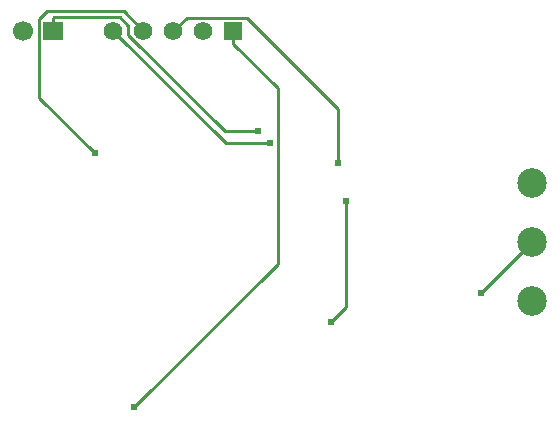
<source format=gbl>
G04 Layer: BottomLayer*
G04 EasyEDA v6.5.40, 2024-08-17 15:48:36*
G04 cb6e2e9fbd21486d88ae5690d2d3dc00,10*
G04 Gerber Generator version 0.2*
G04 Scale: 100 percent, Rotated: No, Reflected: No *
G04 Dimensions in millimeters *
G04 leading zeros omitted , absolute positions ,4 integer and 5 decimal *
%FSLAX45Y45*%
%MOMM*%

%ADD10C,0.2540*%
%ADD11C,1.5748*%
%ADD12R,1.5748X1.5748*%
%ADD13R,1.7000X1.5748*%
%ADD14C,1.7000*%
%ADD15C,2.5000*%
%ADD16C,0.6100*%

%LPD*%
D10*
X5071872Y2032000D02*
G01*
X4639945Y1600072D01*
X1778000Y3822700D02*
G01*
X1613941Y3986758D01*
X959256Y3986758D01*
X898144Y3925646D01*
X898144Y3257956D01*
X1366138Y2789961D01*
X3490671Y2380716D02*
G01*
X3490671Y1483944D01*
X3362959Y1356232D01*
X1016000Y3822700D02*
G01*
X1016000Y3934180D01*
X1016000Y3934180D02*
G01*
X1020216Y3938396D01*
X1578076Y3938396D01*
X1651000Y3865473D01*
X1651000Y3786479D01*
X2465882Y2971596D01*
X2744774Y2971596D01*
X2032000Y3822700D02*
G01*
X2143607Y3934307D01*
X2651023Y3934307D01*
X3423386Y3161944D01*
X3423386Y2705760D01*
X1524000Y3822700D02*
G01*
X2475001Y2871698D01*
X2848305Y2871698D01*
X2540000Y3711219D02*
G01*
X2915208Y3336010D01*
X2915208Y1850136D01*
X1699945Y634872D01*
X2540000Y3822700D02*
G01*
X2540000Y3711219D01*
D11*
G01*
X1524002Y3822700D03*
G01*
X1778002Y3822700D03*
G01*
X2032002Y3822700D03*
G01*
X2286002Y3822700D03*
D12*
G01*
X2540002Y3822700D03*
D13*
G01*
X1016002Y3822700D03*
D14*
G01*
X762002Y3822700D03*
D15*
G01*
X5071874Y2032000D03*
G01*
X5071874Y2531871D03*
G01*
X5071874Y1531873D03*
D16*
G01*
X1699945Y634872D03*
G01*
X2848305Y2871698D03*
G01*
X3423386Y2705760D03*
G01*
X2744774Y2971596D03*
G01*
X3490671Y2380716D03*
G01*
X3362959Y1356232D03*
G01*
X1366138Y2789961D03*
G01*
X4639945Y1600072D03*
M02*

</source>
